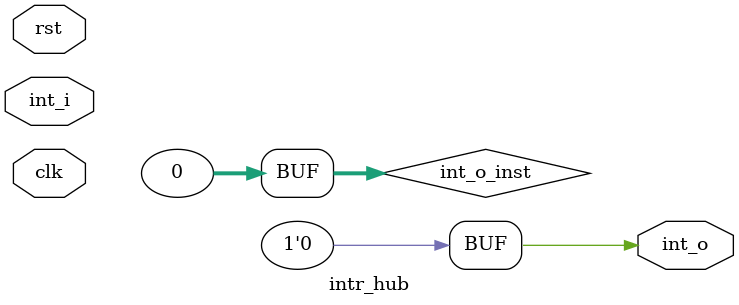
<source format=v>
`timescale 1ns / 1ps


module intr_hub #
	(
		parameter integer INT_NUM   = 32
	)
	(
		input wire [INT_NUM - 1:0] int_i,
		input wire clk,
		input wire rst,
		output wire int_o
	);

	wire [INT_NUM - 1:0] int_o_inst = 0;

	//-------------intr Instantiation----------------------------------------------------------//
	genvar i;
	generate for (i=0; i<INT_NUM; i=i+1)
		begin : hub_instance
			intr_instance # 
			()
			intr_inst (
				.clk(clk),
				.rst(rst),
				.int_i(int_i[i]),
				.int_o(int_o_inst[i])
			);
		end
	endgenerate
	
	assign int_o = (int_o_inst != 0) ? 1'b1 : 1'b0;
endmodule

</source>
